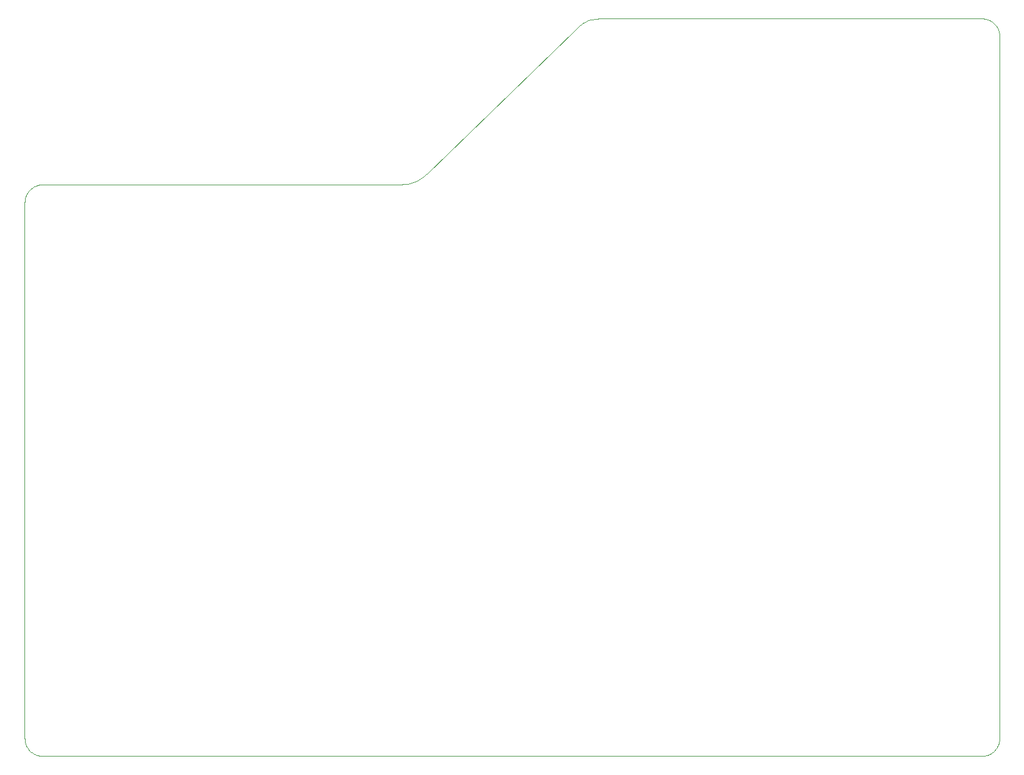
<source format=gm1>
%TF.GenerationSoftware,KiCad,Pcbnew,5.1.2*%
%TF.CreationDate,2019-07-10T21:07:10+02:00*%
%TF.ProjectId,bottom,626f7474-6f6d-42e6-9b69-6361645f7063,rev?*%
%TF.SameCoordinates,Original*%
%TF.FileFunction,Profile,NP*%
%FSLAX46Y46*%
G04 Gerber Fmt 4.6, Leading zero omitted, Abs format (unit mm)*
G04 Created by KiCad (PCBNEW 5.1.2) date 2019-07-10 21:07:10*
%MOMM*%
%LPD*%
G04 APERTURE LIST*
%ADD10C,0.100000*%
G04 APERTURE END LIST*
D10*
X-17655620Y8010721D02*
X3160385Y28237940D01*
X3160385Y28237940D02*
X3558999Y28629054D01*
X3558999Y28629054D02*
X3750077Y28807006D01*
X3750077Y28807006D02*
X3939544Y28972970D01*
X3939544Y28972970D02*
X4130301Y29126750D01*
X4130301Y29126750D02*
X4325257Y29268161D01*
X4325257Y29268161D02*
X4527310Y29397006D01*
X4527310Y29397006D02*
X4739376Y29513101D01*
X4739376Y29513101D02*
X4964345Y29616250D01*
X4964345Y29616250D02*
X5205134Y29706270D01*
X5205134Y29706270D02*
X5464644Y29782960D01*
X5464644Y29782960D02*
X5745776Y29846130D01*
X5745776Y29846130D02*
X6051441Y29895600D01*
X6051441Y29895600D02*
X6384537Y29931170D01*
X6384537Y29931170D02*
X6747976Y29952650D01*
X6747976Y29952650D02*
X7144657Y29959850D01*
X7144657Y29959850D02*
X61013820Y29959850D01*
X61013820Y29959850D02*
X61143270Y29956650D01*
X61143270Y29956650D02*
X61271010Y29946950D01*
X61271010Y29946950D02*
X61396900Y29930930D01*
X61396900Y29930930D02*
X61520760Y29908810D01*
X61520760Y29908810D02*
X61642460Y29880730D01*
X61642460Y29880730D02*
X61761820Y29846830D01*
X61761820Y29846830D02*
X61878700Y29807280D01*
X61878700Y29807280D02*
X61992930Y29762240D01*
X61992930Y29762240D02*
X62104340Y29711860D01*
X62104340Y29711860D02*
X62212800Y29656310D01*
X62212800Y29656310D02*
X62318130Y29595730D01*
X62318130Y29595730D02*
X62420180Y29530300D01*
X62420180Y29530300D02*
X62518780Y29460160D01*
X62518780Y29460160D02*
X62613780Y29385480D01*
X62613780Y29385480D02*
X62705080Y29306420D01*
X62705080Y29306420D02*
X62792480Y29223130D01*
X62792480Y29223130D02*
X62875780Y29135770D01*
X62875780Y29135770D02*
X62954880Y29044500D01*
X62954880Y29044500D02*
X63029580Y28949480D01*
X63029580Y28949480D02*
X63099680Y28850860D01*
X63099680Y28850860D02*
X63165080Y28748805D01*
X63165080Y28748805D02*
X63225680Y28643472D01*
X63225680Y28643472D02*
X63281180Y28535022D01*
X63281180Y28535022D02*
X63331580Y28423604D01*
X63331580Y28423604D02*
X63376580Y28309388D01*
X63376580Y28309388D02*
X63416080Y28192524D01*
X63416080Y28192524D02*
X63449980Y28073172D01*
X63449980Y28073172D02*
X63478080Y27951495D01*
X63478080Y27951495D02*
X63500180Y27827646D01*
X63500180Y27827646D02*
X63516180Y27701782D01*
X63516180Y27701782D02*
X63526180Y27574065D01*
X63526180Y27574065D02*
X63529180Y27444652D01*
X63529180Y27444652D02*
X63529180Y-72309610D01*
X63529180Y-72309610D02*
X63526180Y-72441260D01*
X63526180Y-72441260D02*
X63516180Y-72571180D01*
X63516180Y-72571180D02*
X63499880Y-72699200D01*
X63499880Y-72699200D02*
X63477380Y-72825180D01*
X63477380Y-72825180D02*
X63448780Y-72948940D01*
X63448780Y-72948940D02*
X63414280Y-73070330D01*
X63414280Y-73070330D02*
X63374080Y-73189190D01*
X63374080Y-73189190D02*
X63328280Y-73305360D01*
X63328280Y-73305360D02*
X63277080Y-73418670D01*
X63277080Y-73418670D02*
X63220580Y-73528960D01*
X63220580Y-73528960D02*
X63158980Y-73636080D01*
X63158980Y-73636080D02*
X63092480Y-73739870D01*
X63092480Y-73739870D02*
X63021180Y-73840160D01*
X63021180Y-73840160D02*
X62945280Y-73936760D01*
X62945280Y-73936760D02*
X62864880Y-74029560D01*
X62864880Y-74029560D02*
X62780180Y-74118360D01*
X62780180Y-74118360D02*
X62691380Y-74203060D01*
X62691380Y-74203060D02*
X62598580Y-74283460D01*
X62598580Y-74283460D02*
X62501980Y-74359360D01*
X62501980Y-74359360D02*
X62401690Y-74430660D01*
X62401690Y-74430660D02*
X62297910Y-74497160D01*
X62297910Y-74497160D02*
X62190790Y-74558760D01*
X62190790Y-74558760D02*
X62080490Y-74615260D01*
X62080490Y-74615260D02*
X61967180Y-74666460D01*
X61967180Y-74666460D02*
X61851010Y-74712260D01*
X61851010Y-74712260D02*
X61732160Y-74752460D01*
X61732160Y-74752460D02*
X61610770Y-74786960D01*
X61610770Y-74786960D02*
X61487000Y-74815560D01*
X61487000Y-74815560D02*
X61361020Y-74838060D01*
X61361020Y-74838060D02*
X61233000Y-74854360D01*
X61233000Y-74854360D02*
X61103080Y-74864360D01*
X61103080Y-74864360D02*
X60971440Y-74867360D01*
X60971440Y-74867360D02*
X-72309716Y-74867360D01*
X-72309716Y-74867360D02*
X-72441362Y-74864360D01*
X-72441362Y-74864360D02*
X-72571279Y-74854360D01*
X-72571279Y-74854360D02*
X-72699304Y-74838060D01*
X-72699304Y-74838060D02*
X-72825280Y-74815560D01*
X-72825280Y-74815560D02*
X-72949044Y-74786960D01*
X-72949044Y-74786960D02*
X-73070435Y-74752460D01*
X-73070435Y-74752460D02*
X-73189294Y-74712260D01*
X-73189294Y-74712260D02*
X-73305459Y-74666460D01*
X-73305459Y-74666460D02*
X-73418770Y-74615260D01*
X-73418770Y-74615260D02*
X-73529067Y-74558760D01*
X-73529067Y-74558760D02*
X-73636188Y-74497160D01*
X-73636188Y-74497160D02*
X-73739973Y-74430660D01*
X-73739973Y-74430660D02*
X-73840262Y-74359360D01*
X-73840262Y-74359360D02*
X-73936893Y-74283460D01*
X-73936893Y-74283460D02*
X-74029706Y-74203060D01*
X-74029706Y-74203060D02*
X-74118540Y-74118360D01*
X-74118540Y-74118360D02*
X-74203236Y-74029560D01*
X-74203236Y-74029560D02*
X-74283631Y-73936760D01*
X-74283631Y-73936760D02*
X-74359566Y-73840160D01*
X-74359566Y-73840160D02*
X-74430879Y-73739870D01*
X-74430879Y-73739870D02*
X-74497411Y-73636080D01*
X-74497411Y-73636080D02*
X-74559000Y-73528960D01*
X-74559000Y-73528960D02*
X-74615485Y-73418670D01*
X-74615485Y-73418670D02*
X-74666707Y-73305360D01*
X-74666707Y-73305360D02*
X-74712505Y-73189190D01*
X-74712505Y-73189190D02*
X-74752717Y-73070330D01*
X-74752717Y-73070330D02*
X-74787184Y-72948940D01*
X-74787184Y-72948940D02*
X-74815744Y-72825180D01*
X-74815744Y-72825180D02*
X-74838238Y-72699200D01*
X-74838238Y-72699200D02*
X-74854504Y-72571180D01*
X-74854504Y-72571180D02*
X-74864382Y-72441260D01*
X-74864382Y-72441260D02*
X-74867698Y-72309610D01*
X-74867698Y-72309610D02*
X-74867698Y3828297D01*
X-74867698Y3828297D02*
X-74864382Y3959912D01*
X-74864382Y3959912D02*
X-74854504Y4089801D01*
X-74854504Y4089801D02*
X-74838238Y4217803D01*
X-74838238Y4217803D02*
X-74815744Y4343759D01*
X-74815744Y4343759D02*
X-74787184Y4467506D01*
X-74787184Y4467506D02*
X-74752717Y4588886D01*
X-74752717Y4588886D02*
X-74712505Y4707734D01*
X-74712505Y4707734D02*
X-74666707Y4823893D01*
X-74666707Y4823893D02*
X-74615485Y4937198D01*
X-74615485Y4937198D02*
X-74559000Y5047490D01*
X-74559000Y5047490D02*
X-74497411Y5154611D01*
X-74497411Y5154611D02*
X-74430879Y5258399D01*
X-74430879Y5258399D02*
X-74359566Y5358690D01*
X-74359566Y5358690D02*
X-74283631Y5455330D01*
X-74283631Y5455330D02*
X-74203236Y5548150D01*
X-74203236Y5548150D02*
X-74118540Y5636990D01*
X-74118540Y5636990D02*
X-74029706Y5721700D01*
X-74029706Y5721700D02*
X-73936893Y5802100D01*
X-73936893Y5802100D02*
X-73840262Y5878050D01*
X-73840262Y5878050D02*
X-73739973Y5949380D01*
X-73739973Y5949380D02*
X-73636188Y6015920D01*
X-73636188Y6015920D02*
X-73529067Y6077520D01*
X-73529067Y6077520D02*
X-73418770Y6134020D01*
X-73418770Y6134020D02*
X-73305459Y6185250D01*
X-73305459Y6185250D02*
X-73189294Y6231060D01*
X-73189294Y6231060D02*
X-73070435Y6271280D01*
X-73070435Y6271280D02*
X-72949044Y6305750D01*
X-72949044Y6305750D02*
X-72825280Y6334330D01*
X-72825280Y6334330D02*
X-72699304Y6356840D01*
X-72699304Y6356840D02*
X-72571279Y6373100D01*
X-72571279Y6373100D02*
X-72441362Y6383000D01*
X-72441362Y6383000D02*
X-72309716Y6386200D01*
X-72309716Y6386200D02*
X-22109440Y6386200D01*
X-22109440Y6386200D02*
X-21742258Y6388300D01*
X-21742258Y6388300D02*
X-21399584Y6398390D01*
X-21399584Y6398390D02*
X-21078697Y6417510D01*
X-21078697Y6417510D02*
X-20776892Y6446790D01*
X-20776892Y6446790D02*
X-20491453Y6487390D01*
X-20491453Y6487390D02*
X-20219662Y6540460D01*
X-20219662Y6540460D02*
X-19958811Y6607160D01*
X-19958811Y6607160D02*
X-19706187Y6688630D01*
X-19706187Y6688630D02*
X-19459070Y6786040D01*
X-19459070Y6786040D02*
X-19214750Y6900523D01*
X-19214750Y6900523D02*
X-18970515Y7033242D01*
X-18970515Y7033242D02*
X-18723648Y7185342D01*
X-18723648Y7185342D02*
X-18471440Y7357977D01*
X-18471440Y7357977D02*
X-18211175Y7552305D01*
X-18211175Y7552305D02*
X-17940139Y7769471D01*
X-17940139Y7769471D02*
X-17655620Y8010627D01*
X-17655620Y8010627D02*
X-17655620Y8010627D01*
X-17655620Y8010627D02*
X-17655620Y8010721D01*
M02*

</source>
